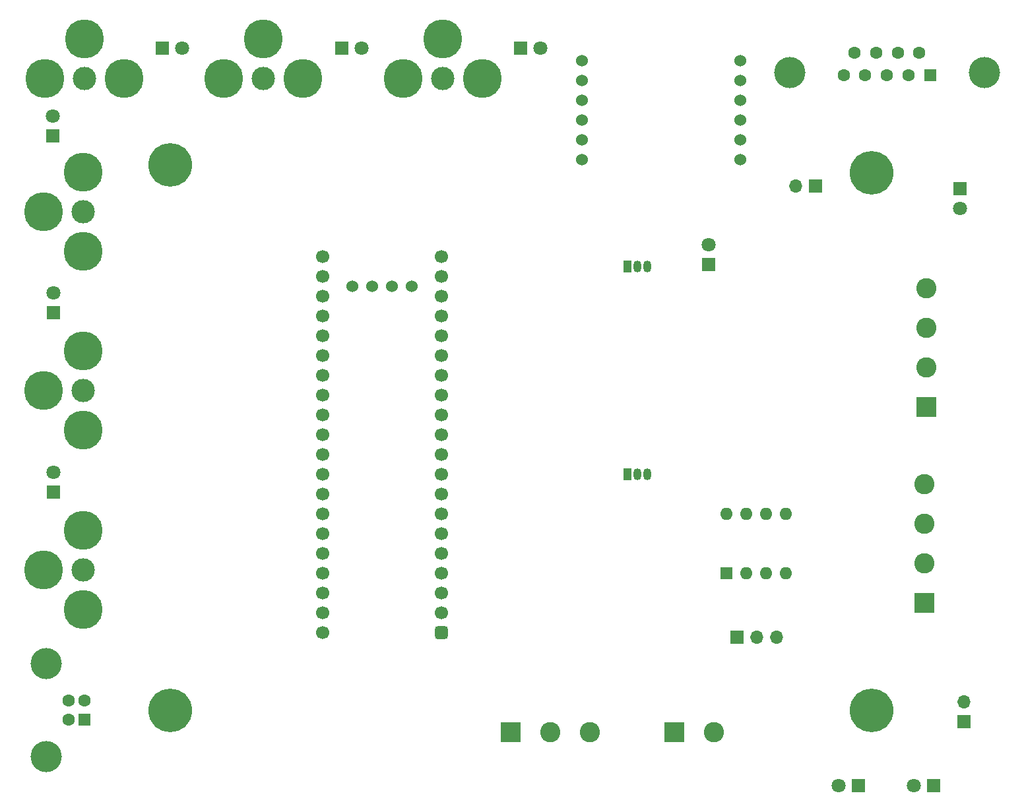
<source format=gbs>
G04 #@! TF.GenerationSoftware,KiCad,Pcbnew,7.0.2*
G04 #@! TF.CreationDate,2023-05-21T20:01:26+03:00*
G04 #@! TF.ProjectId,DewController-V1.0,44657743-6f6e-4747-926f-6c6c65722d56,rev?*
G04 #@! TF.SameCoordinates,Original*
G04 #@! TF.FileFunction,Soldermask,Bot*
G04 #@! TF.FilePolarity,Negative*
%FSLAX46Y46*%
G04 Gerber Fmt 4.6, Leading zero omitted, Abs format (unit mm)*
G04 Created by KiCad (PCBNEW 7.0.2) date 2023-05-21 20:01:26*
%MOMM*%
%LPD*%
G01*
G04 APERTURE LIST*
G04 Aperture macros list*
%AMRoundRect*
0 Rectangle with rounded corners*
0 $1 Rounding radius*
0 $2 $3 $4 $5 $6 $7 $8 $9 X,Y pos of 4 corners*
0 Add a 4 corners polygon primitive as box body*
4,1,4,$2,$3,$4,$5,$6,$7,$8,$9,$2,$3,0*
0 Add four circle primitives for the rounded corners*
1,1,$1+$1,$2,$3*
1,1,$1+$1,$4,$5*
1,1,$1+$1,$6,$7*
1,1,$1+$1,$8,$9*
0 Add four rect primitives between the rounded corners*
20,1,$1+$1,$2,$3,$4,$5,0*
20,1,$1+$1,$4,$5,$6,$7,0*
20,1,$1+$1,$6,$7,$8,$9,0*
20,1,$1+$1,$8,$9,$2,$3,0*%
G04 Aperture macros list end*
%ADD10R,1.700000X1.700000*%
%ADD11O,1.700000X1.700000*%
%ADD12R,1.800000X1.800000*%
%ADD13C,1.800000*%
%ADD14R,1.600000X1.600000*%
%ADD15C,1.600000*%
%ADD16C,4.000000*%
%ADD17R,1.050000X1.500000*%
%ADD18O,1.050000X1.500000*%
%ADD19C,5.600000*%
%ADD20C,5.000000*%
%ADD21C,3.000000*%
%ADD22R,2.600000X2.600000*%
%ADD23C,2.600000*%
%ADD24O,1.600000X1.600000*%
%ADD25C,1.524000*%
%ADD26RoundRect,0.425000X-0.425000X-0.425000X0.425000X-0.425000X0.425000X0.425000X-0.425000X0.425000X0*%
%ADD27C,1.700000*%
G04 APERTURE END LIST*
D10*
X137160000Y-106680000D03*
D11*
X137160000Y-104140000D03*
D12*
X133223000Y-114935000D03*
D13*
X130683000Y-114935000D03*
D14*
X24240000Y-106490000D03*
D15*
X24240000Y-103990000D03*
X22240000Y-103990000D03*
X22240000Y-106490000D03*
D16*
X19380000Y-111240000D03*
X19380000Y-99240000D03*
D12*
X136637000Y-38320000D03*
D13*
X136637000Y-40860000D03*
D17*
X93980000Y-74930000D03*
D18*
X95250000Y-74930000D03*
X96520000Y-74930000D03*
D19*
X35240000Y-35240000D03*
D16*
X139730000Y-23440000D03*
X114730000Y-23440000D03*
D14*
X132770000Y-23740000D03*
D15*
X130000000Y-23740000D03*
X127230000Y-23740000D03*
X124460000Y-23740000D03*
X121690000Y-23740000D03*
X131385000Y-20900000D03*
X128615000Y-20900000D03*
X125845000Y-20900000D03*
X123075000Y-20900000D03*
D12*
X20240000Y-54240000D03*
D13*
X20240000Y-51700000D03*
D19*
X125240000Y-105240000D03*
D20*
X52320000Y-24130000D03*
D21*
X47240000Y-24130000D03*
D20*
X42160000Y-24130000D03*
X47240000Y-19050000D03*
D22*
X132304000Y-66294000D03*
D23*
X132304000Y-61214000D03*
X132304000Y-56134000D03*
X132304000Y-51054000D03*
D20*
X29320000Y-24130000D03*
D21*
X24240000Y-24130000D03*
D20*
X19160000Y-24130000D03*
X24240000Y-19050000D03*
D12*
X57240000Y-20240000D03*
D13*
X59780000Y-20240000D03*
D20*
X75320000Y-24130000D03*
D21*
X70240000Y-24130000D03*
D20*
X65160000Y-24130000D03*
X70240000Y-19050000D03*
D17*
X93980000Y-48260000D03*
D18*
X95250000Y-48260000D03*
X96520000Y-48260000D03*
D20*
X24130000Y-59160000D03*
D21*
X24130000Y-64240000D03*
D20*
X24130000Y-69320000D03*
X19050000Y-64240000D03*
D22*
X99949000Y-108097000D03*
D23*
X105029000Y-108097000D03*
D12*
X20193000Y-31501000D03*
D13*
X20193000Y-28961000D03*
D14*
X106680000Y-87630000D03*
D24*
X109220000Y-87630000D03*
X111760000Y-87630000D03*
X114300000Y-87630000D03*
X114300000Y-80010000D03*
X111760000Y-80010000D03*
X109220000Y-80010000D03*
X106680000Y-80010000D03*
D25*
X88080000Y-21890000D03*
X88080000Y-24430000D03*
X88080000Y-26970000D03*
X88080000Y-29510000D03*
X88080000Y-32050000D03*
X88080000Y-34590000D03*
X108400000Y-34590000D03*
X108400000Y-32050000D03*
X108400000Y-29510000D03*
X108400000Y-26970000D03*
X108400000Y-24430000D03*
X108400000Y-21890000D03*
D19*
X35240000Y-105240000D03*
D26*
X70104000Y-95250000D03*
D27*
X70104000Y-92710000D03*
X70104000Y-90170000D03*
X70104000Y-87630000D03*
X70104000Y-85090000D03*
X70104000Y-82550000D03*
X70104000Y-80010000D03*
X70104000Y-77470000D03*
X70104000Y-74930000D03*
X70104000Y-72390000D03*
X70104000Y-69850000D03*
X70104000Y-67310000D03*
X70104000Y-64770000D03*
X70104000Y-62230000D03*
X70104000Y-59690000D03*
X70104000Y-57150000D03*
X70104000Y-54610000D03*
X70104000Y-52070000D03*
X70104000Y-49530000D03*
X70104000Y-46990000D03*
X54864000Y-46990000D03*
X54864000Y-49530000D03*
X54864000Y-52070000D03*
X54864000Y-54610000D03*
X54864000Y-57150000D03*
X54864000Y-59690000D03*
X54864000Y-62230000D03*
X54864000Y-64770000D03*
X54864000Y-67310000D03*
X54864000Y-69850000D03*
X54864000Y-72390000D03*
X54864000Y-74930000D03*
X54864000Y-77470000D03*
X54864000Y-80010000D03*
X54864000Y-82550000D03*
X54864000Y-85090000D03*
X54864000Y-87630000D03*
X54864000Y-90170000D03*
X54864000Y-92710000D03*
X54864000Y-95250000D03*
D25*
X66294000Y-50800000D03*
X63754000Y-50800000D03*
X61214000Y-50800000D03*
X58674000Y-50800000D03*
D19*
X125240000Y-36240000D03*
D20*
X24130000Y-82160000D03*
D21*
X24130000Y-87240000D03*
D20*
X24130000Y-92320000D03*
X19050000Y-87240000D03*
D12*
X34240000Y-20240000D03*
D13*
X36780000Y-20240000D03*
D12*
X104390000Y-48011000D03*
D13*
X104390000Y-45471000D03*
D22*
X78994000Y-108097000D03*
D23*
X84074000Y-108097000D03*
X89154000Y-108097000D03*
D20*
X24130000Y-36160000D03*
D21*
X24130000Y-41240000D03*
D20*
X24130000Y-46320000D03*
X19050000Y-41240000D03*
D12*
X80240000Y-20240000D03*
D13*
X82780000Y-20240000D03*
D10*
X118034000Y-37938000D03*
D11*
X115494000Y-37938000D03*
D12*
X123571000Y-114935000D03*
D13*
X121031000Y-114935000D03*
D10*
X107965000Y-95885000D03*
D11*
X110505000Y-95885000D03*
X113045000Y-95885000D03*
D22*
X132050000Y-91440000D03*
D23*
X132050000Y-86360000D03*
X132050000Y-81280000D03*
X132050000Y-76200000D03*
D12*
X20240000Y-77240000D03*
D13*
X20240000Y-74700000D03*
M02*

</source>
